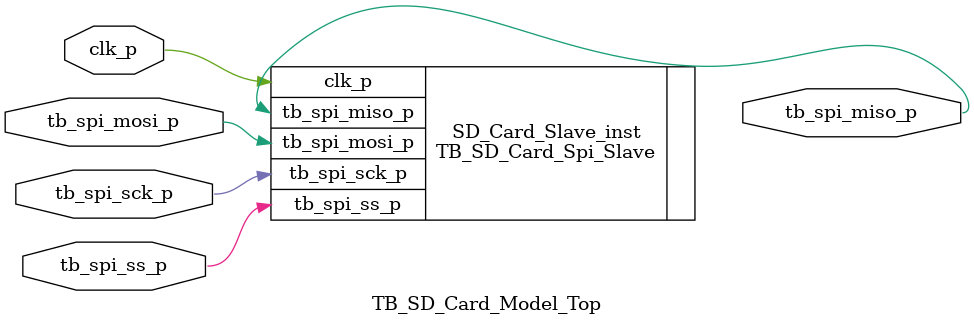
<source format=v>
`timescale 1ns / 1ps


module TB_SD_Card_Model_Top(
    clk_p,
    tb_spi_miso_p,
    tb_spi_mosi_p,
    tb_spi_sck_p,
    tb_spi_ss_p
    );
    
    input               clk_p;
    input               tb_spi_mosi_p;
    input               tb_spi_ss_p;
    input               tb_spi_sck_p;
            
    output              tb_spi_miso_p;
    
    
    TB_SD_Card_Spi_Slave SD_Card_Slave_inst(
    .clk_p              (clk_p),
    .tb_spi_miso_p      (tb_spi_miso_p),
    .tb_spi_mosi_p      (tb_spi_mosi_p),
    .tb_spi_sck_p       (tb_spi_sck_p),
    .tb_spi_ss_p        (tb_spi_ss_p)
    );
    
    
    
endmodule

</source>
